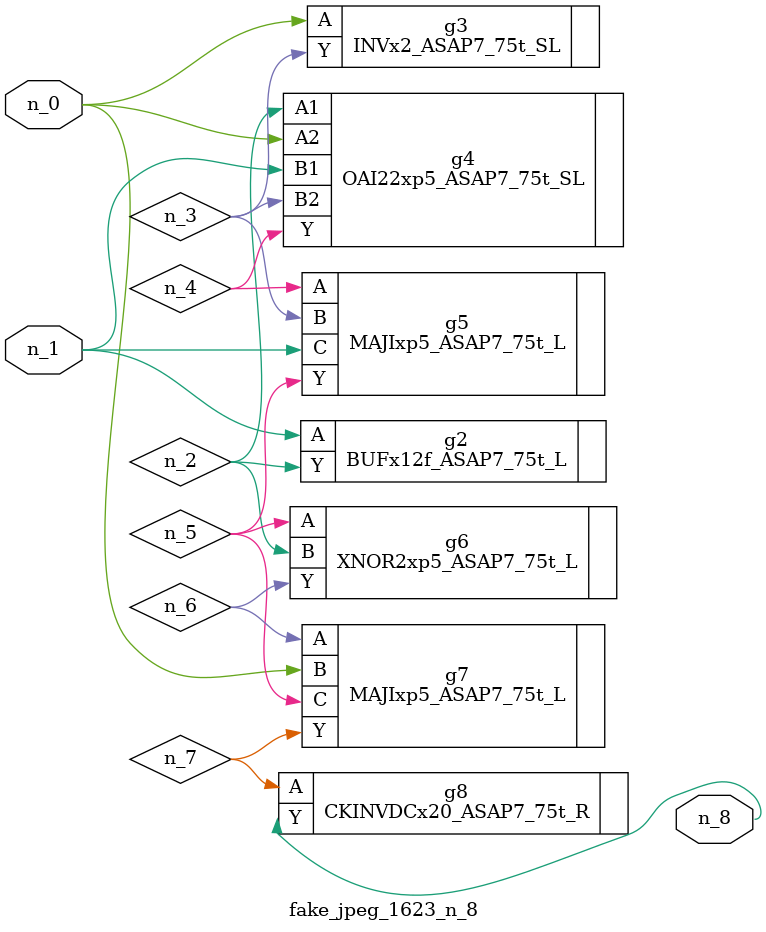
<source format=v>
module fake_jpeg_1623_n_8 (n_0, n_1, n_8);

input n_0;
input n_1;

output n_8;

wire n_3;
wire n_2;
wire n_4;
wire n_6;
wire n_5;
wire n_7;

BUFx12f_ASAP7_75t_L g2 ( 
.A(n_1),
.Y(n_2)
);

INVx2_ASAP7_75t_SL g3 ( 
.A(n_0),
.Y(n_3)
);

OAI22xp5_ASAP7_75t_SL g4 ( 
.A1(n_2),
.A2(n_0),
.B1(n_1),
.B2(n_3),
.Y(n_4)
);

MAJIxp5_ASAP7_75t_L g5 ( 
.A(n_4),
.B(n_3),
.C(n_1),
.Y(n_5)
);

XNOR2xp5_ASAP7_75t_L g6 ( 
.A(n_5),
.B(n_2),
.Y(n_6)
);

MAJIxp5_ASAP7_75t_L g7 ( 
.A(n_6),
.B(n_0),
.C(n_5),
.Y(n_7)
);

CKINVDCx20_ASAP7_75t_R g8 ( 
.A(n_7),
.Y(n_8)
);


endmodule
</source>
